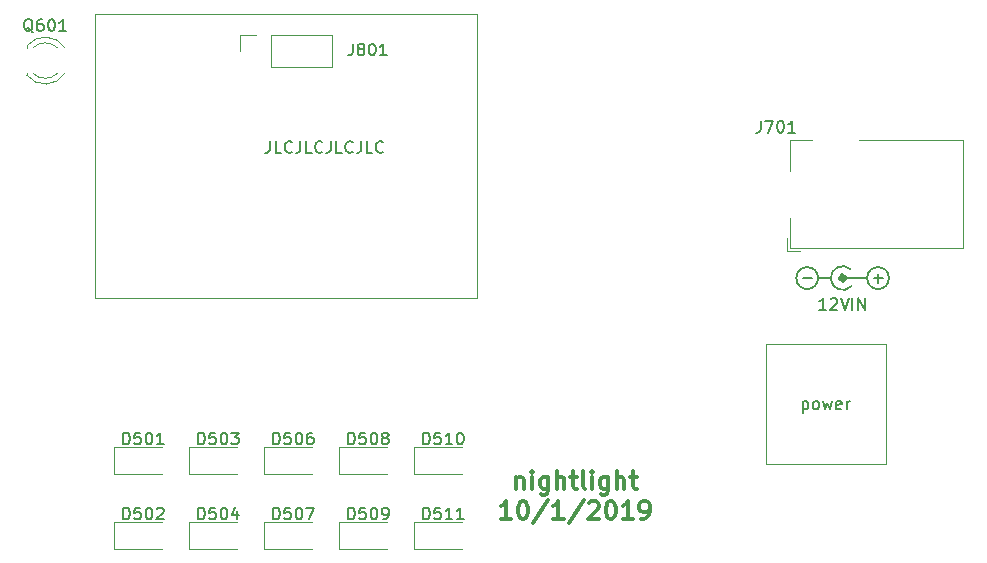
<source format=gbr>
G04 #@! TF.GenerationSoftware,KiCad,Pcbnew,(5.1.4)-1*
G04 #@! TF.CreationDate,2019-10-07T12:46:13-05:00*
G04 #@! TF.ProjectId,nightlight,6e696768-746c-4696-9768-742e6b696361,rev?*
G04 #@! TF.SameCoordinates,Original*
G04 #@! TF.FileFunction,Legend,Top*
G04 #@! TF.FilePolarity,Positive*
%FSLAX46Y46*%
G04 Gerber Fmt 4.6, Leading zero omitted, Abs format (unit mm)*
G04 Created by KiCad (PCBNEW (5.1.4)-1) date 2019-10-07 12:46:13*
%MOMM*%
%LPD*%
G04 APERTURE LIST*
%ADD10C,0.150000*%
%ADD11C,0.300000*%
%ADD12C,0.500000*%
%ADD13C,0.120000*%
G04 APERTURE END LIST*
D10*
X131347152Y-84161380D02*
X131347152Y-84875666D01*
X131299533Y-85018523D01*
X131204295Y-85113761D01*
X131061438Y-85161380D01*
X130966200Y-85161380D01*
X132299533Y-85161380D02*
X131823342Y-85161380D01*
X131823342Y-84161380D01*
X133204295Y-85066142D02*
X133156676Y-85113761D01*
X133013819Y-85161380D01*
X132918580Y-85161380D01*
X132775723Y-85113761D01*
X132680485Y-85018523D01*
X132632866Y-84923285D01*
X132585247Y-84732809D01*
X132585247Y-84589952D01*
X132632866Y-84399476D01*
X132680485Y-84304238D01*
X132775723Y-84209000D01*
X132918580Y-84161380D01*
X133013819Y-84161380D01*
X133156676Y-84209000D01*
X133204295Y-84256619D01*
X133918580Y-84161380D02*
X133918580Y-84875666D01*
X133870961Y-85018523D01*
X133775723Y-85113761D01*
X133632866Y-85161380D01*
X133537628Y-85161380D01*
X134870961Y-85161380D02*
X134394771Y-85161380D01*
X134394771Y-84161380D01*
X135775723Y-85066142D02*
X135728104Y-85113761D01*
X135585247Y-85161380D01*
X135490009Y-85161380D01*
X135347152Y-85113761D01*
X135251914Y-85018523D01*
X135204295Y-84923285D01*
X135156676Y-84732809D01*
X135156676Y-84589952D01*
X135204295Y-84399476D01*
X135251914Y-84304238D01*
X135347152Y-84209000D01*
X135490009Y-84161380D01*
X135585247Y-84161380D01*
X135728104Y-84209000D01*
X135775723Y-84256619D01*
X136490009Y-84161380D02*
X136490009Y-84875666D01*
X136442390Y-85018523D01*
X136347152Y-85113761D01*
X136204295Y-85161380D01*
X136109057Y-85161380D01*
X137442390Y-85161380D02*
X136966200Y-85161380D01*
X136966200Y-84161380D01*
X138347152Y-85066142D02*
X138299533Y-85113761D01*
X138156676Y-85161380D01*
X138061438Y-85161380D01*
X137918580Y-85113761D01*
X137823342Y-85018523D01*
X137775723Y-84923285D01*
X137728104Y-84732809D01*
X137728104Y-84589952D01*
X137775723Y-84399476D01*
X137823342Y-84304238D01*
X137918580Y-84209000D01*
X138061438Y-84161380D01*
X138156676Y-84161380D01*
X138299533Y-84209000D01*
X138347152Y-84256619D01*
X139061438Y-84161380D02*
X139061438Y-84875666D01*
X139013819Y-85018523D01*
X138918580Y-85113761D01*
X138775723Y-85161380D01*
X138680485Y-85161380D01*
X140013819Y-85161380D02*
X139537628Y-85161380D01*
X139537628Y-84161380D01*
X140918580Y-85066142D02*
X140870961Y-85113761D01*
X140728104Y-85161380D01*
X140632866Y-85161380D01*
X140490009Y-85113761D01*
X140394771Y-85018523D01*
X140347152Y-84923285D01*
X140299533Y-84732809D01*
X140299533Y-84589952D01*
X140347152Y-84399476D01*
X140394771Y-84304238D01*
X140490009Y-84209000D01*
X140632866Y-84161380D01*
X140728104Y-84161380D01*
X140870961Y-84209000D01*
X140918580Y-84256619D01*
D11*
X152200600Y-112601971D02*
X152200600Y-113601971D01*
X152200600Y-112744828D02*
X152272028Y-112673400D01*
X152414885Y-112601971D01*
X152629171Y-112601971D01*
X152772028Y-112673400D01*
X152843457Y-112816257D01*
X152843457Y-113601971D01*
X153557742Y-113601971D02*
X153557742Y-112601971D01*
X153557742Y-112101971D02*
X153486314Y-112173400D01*
X153557742Y-112244828D01*
X153629171Y-112173400D01*
X153557742Y-112101971D01*
X153557742Y-112244828D01*
X154914885Y-112601971D02*
X154914885Y-113816257D01*
X154843457Y-113959114D01*
X154772028Y-114030542D01*
X154629171Y-114101971D01*
X154414885Y-114101971D01*
X154272028Y-114030542D01*
X154914885Y-113530542D02*
X154772028Y-113601971D01*
X154486314Y-113601971D01*
X154343457Y-113530542D01*
X154272028Y-113459114D01*
X154200600Y-113316257D01*
X154200600Y-112887685D01*
X154272028Y-112744828D01*
X154343457Y-112673400D01*
X154486314Y-112601971D01*
X154772028Y-112601971D01*
X154914885Y-112673400D01*
X155629171Y-113601971D02*
X155629171Y-112101971D01*
X156272028Y-113601971D02*
X156272028Y-112816257D01*
X156200600Y-112673400D01*
X156057742Y-112601971D01*
X155843457Y-112601971D01*
X155700600Y-112673400D01*
X155629171Y-112744828D01*
X156772028Y-112601971D02*
X157343457Y-112601971D01*
X156986314Y-112101971D02*
X156986314Y-113387685D01*
X157057742Y-113530542D01*
X157200600Y-113601971D01*
X157343457Y-113601971D01*
X158057742Y-113601971D02*
X157914885Y-113530542D01*
X157843457Y-113387685D01*
X157843457Y-112101971D01*
X158629171Y-113601971D02*
X158629171Y-112601971D01*
X158629171Y-112101971D02*
X158557742Y-112173400D01*
X158629171Y-112244828D01*
X158700600Y-112173400D01*
X158629171Y-112101971D01*
X158629171Y-112244828D01*
X159986314Y-112601971D02*
X159986314Y-113816257D01*
X159914885Y-113959114D01*
X159843457Y-114030542D01*
X159700600Y-114101971D01*
X159486314Y-114101971D01*
X159343457Y-114030542D01*
X159986314Y-113530542D02*
X159843457Y-113601971D01*
X159557742Y-113601971D01*
X159414885Y-113530542D01*
X159343457Y-113459114D01*
X159272028Y-113316257D01*
X159272028Y-112887685D01*
X159343457Y-112744828D01*
X159414885Y-112673400D01*
X159557742Y-112601971D01*
X159843457Y-112601971D01*
X159986314Y-112673400D01*
X160700600Y-113601971D02*
X160700600Y-112101971D01*
X161343457Y-113601971D02*
X161343457Y-112816257D01*
X161272028Y-112673400D01*
X161129171Y-112601971D01*
X160914885Y-112601971D01*
X160772028Y-112673400D01*
X160700600Y-112744828D01*
X161843457Y-112601971D02*
X162414885Y-112601971D01*
X162057742Y-112101971D02*
X162057742Y-113387685D01*
X162129171Y-113530542D01*
X162272028Y-113601971D01*
X162414885Y-113601971D01*
X151772028Y-116151971D02*
X150914885Y-116151971D01*
X151343457Y-116151971D02*
X151343457Y-114651971D01*
X151200600Y-114866257D01*
X151057742Y-115009114D01*
X150914885Y-115080542D01*
X152700600Y-114651971D02*
X152843457Y-114651971D01*
X152986314Y-114723400D01*
X153057742Y-114794828D01*
X153129171Y-114937685D01*
X153200600Y-115223400D01*
X153200600Y-115580542D01*
X153129171Y-115866257D01*
X153057742Y-116009114D01*
X152986314Y-116080542D01*
X152843457Y-116151971D01*
X152700600Y-116151971D01*
X152557742Y-116080542D01*
X152486314Y-116009114D01*
X152414885Y-115866257D01*
X152343457Y-115580542D01*
X152343457Y-115223400D01*
X152414885Y-114937685D01*
X152486314Y-114794828D01*
X152557742Y-114723400D01*
X152700600Y-114651971D01*
X154914885Y-114580542D02*
X153629171Y-116509114D01*
X156200600Y-116151971D02*
X155343457Y-116151971D01*
X155772028Y-116151971D02*
X155772028Y-114651971D01*
X155629171Y-114866257D01*
X155486314Y-115009114D01*
X155343457Y-115080542D01*
X157914885Y-114580542D02*
X156629171Y-116509114D01*
X158343457Y-114794828D02*
X158414885Y-114723400D01*
X158557742Y-114651971D01*
X158914885Y-114651971D01*
X159057742Y-114723400D01*
X159129171Y-114794828D01*
X159200600Y-114937685D01*
X159200600Y-115080542D01*
X159129171Y-115294828D01*
X158272028Y-116151971D01*
X159200600Y-116151971D01*
X160129171Y-114651971D02*
X160272028Y-114651971D01*
X160414885Y-114723400D01*
X160486314Y-114794828D01*
X160557742Y-114937685D01*
X160629171Y-115223400D01*
X160629171Y-115580542D01*
X160557742Y-115866257D01*
X160486314Y-116009114D01*
X160414885Y-116080542D01*
X160272028Y-116151971D01*
X160129171Y-116151971D01*
X159986314Y-116080542D01*
X159914885Y-116009114D01*
X159843457Y-115866257D01*
X159772028Y-115580542D01*
X159772028Y-115223400D01*
X159843457Y-114937685D01*
X159914885Y-114794828D01*
X159986314Y-114723400D01*
X160129171Y-114651971D01*
X162057742Y-116151971D02*
X161200600Y-116151971D01*
X161629171Y-116151971D02*
X161629171Y-114651971D01*
X161486314Y-114866257D01*
X161343457Y-115009114D01*
X161200600Y-115080542D01*
X162772028Y-116151971D02*
X163057742Y-116151971D01*
X163200600Y-116080542D01*
X163272028Y-116009114D01*
X163414885Y-115794828D01*
X163486314Y-115509114D01*
X163486314Y-114937685D01*
X163414885Y-114794828D01*
X163343457Y-114723400D01*
X163200600Y-114651971D01*
X162914885Y-114651971D01*
X162772028Y-114723400D01*
X162700600Y-114794828D01*
X162629171Y-114937685D01*
X162629171Y-115294828D01*
X162700600Y-115437685D01*
X162772028Y-115509114D01*
X162914885Y-115580542D01*
X163200600Y-115580542D01*
X163343457Y-115509114D01*
X163414885Y-115437685D01*
X163486314Y-115294828D01*
D10*
X178425647Y-98445580D02*
X177854219Y-98445580D01*
X178139933Y-98445580D02*
X178139933Y-97445580D01*
X178044695Y-97588438D01*
X177949457Y-97683676D01*
X177854219Y-97731295D01*
X178806600Y-97540819D02*
X178854219Y-97493200D01*
X178949457Y-97445580D01*
X179187552Y-97445580D01*
X179282790Y-97493200D01*
X179330409Y-97540819D01*
X179378028Y-97636057D01*
X179378028Y-97731295D01*
X179330409Y-97874152D01*
X178758980Y-98445580D01*
X179378028Y-98445580D01*
X179663742Y-97445580D02*
X179997076Y-98445580D01*
X180330409Y-97445580D01*
X180663742Y-98445580D02*
X180663742Y-97445580D01*
X181139933Y-98445580D02*
X181139933Y-97445580D01*
X181711361Y-98445580D01*
X181711361Y-97445580D01*
X176504647Y-95778628D02*
X177266552Y-95778628D01*
X182473647Y-95778628D02*
X183235552Y-95778628D01*
X182854600Y-96159580D02*
X182854600Y-95397676D01*
X176455628Y-106186314D02*
X176455628Y-107186314D01*
X176455628Y-106233933D02*
X176550866Y-106186314D01*
X176741342Y-106186314D01*
X176836580Y-106233933D01*
X176884200Y-106281552D01*
X176931819Y-106376790D01*
X176931819Y-106662504D01*
X176884200Y-106757742D01*
X176836580Y-106805361D01*
X176741342Y-106852980D01*
X176550866Y-106852980D01*
X176455628Y-106805361D01*
X177503247Y-106852980D02*
X177408009Y-106805361D01*
X177360390Y-106757742D01*
X177312771Y-106662504D01*
X177312771Y-106376790D01*
X177360390Y-106281552D01*
X177408009Y-106233933D01*
X177503247Y-106186314D01*
X177646104Y-106186314D01*
X177741342Y-106233933D01*
X177788961Y-106281552D01*
X177836580Y-106376790D01*
X177836580Y-106662504D01*
X177788961Y-106757742D01*
X177741342Y-106805361D01*
X177646104Y-106852980D01*
X177503247Y-106852980D01*
X178169914Y-106186314D02*
X178360390Y-106852980D01*
X178550866Y-106376790D01*
X178741342Y-106852980D01*
X178931819Y-106186314D01*
X179693723Y-106805361D02*
X179598485Y-106852980D01*
X179408009Y-106852980D01*
X179312771Y-106805361D01*
X179265152Y-106710123D01*
X179265152Y-106329171D01*
X179312771Y-106233933D01*
X179408009Y-106186314D01*
X179598485Y-106186314D01*
X179693723Y-106233933D01*
X179741342Y-106329171D01*
X179741342Y-106424409D01*
X179265152Y-106519647D01*
X180169914Y-106852980D02*
X180169914Y-106186314D01*
X180169914Y-106376790D02*
X180217533Y-106281552D01*
X180265152Y-106233933D01*
X180360390Y-106186314D01*
X180455628Y-106186314D01*
X180507000Y-95006800D02*
G75*
G03X180582000Y-96431800I-675000J-750000D01*
G01*
D12*
X180007000Y-95756800D02*
G75*
G03X180007000Y-95756800I-175000J0D01*
G01*
D10*
X183757000Y-95756800D02*
G75*
G03X183757000Y-95756800I-925000J0D01*
G01*
X177757000Y-95756800D02*
G75*
G03X177757000Y-95756800I-925000J0D01*
G01*
X177832000Y-95756800D02*
X178732000Y-95756800D01*
X179832000Y-95756800D02*
X181832000Y-95756800D01*
D13*
X148885000Y-97435200D02*
X116545000Y-97435200D01*
X148885000Y-73405200D02*
X148885000Y-97435200D01*
X116545000Y-73405200D02*
X148885000Y-73405200D01*
X116545000Y-97435200D02*
X116545000Y-73405200D01*
X131445000Y-77860200D02*
X131445000Y-75200200D01*
X131445000Y-77860200D02*
X136585000Y-77860200D01*
X136585000Y-77860200D02*
X136585000Y-75200200D01*
X131445000Y-75200200D02*
X136585000Y-75200200D01*
X128845000Y-75200200D02*
X130175000Y-75200200D01*
X128845000Y-76530200D02*
X128845000Y-75200200D01*
X147599200Y-116416200D02*
X143539200Y-116416200D01*
X143539200Y-116416200D02*
X143539200Y-118686200D01*
X143539200Y-118686200D02*
X147599200Y-118686200D01*
X141249200Y-116416200D02*
X137189200Y-116416200D01*
X137189200Y-116416200D02*
X137189200Y-118686200D01*
X137189200Y-118686200D02*
X141249200Y-118686200D01*
X134899200Y-116416200D02*
X130839200Y-116416200D01*
X130839200Y-116416200D02*
X130839200Y-118686200D01*
X130839200Y-118686200D02*
X134899200Y-118686200D01*
X128549200Y-116416200D02*
X124489200Y-116416200D01*
X124489200Y-116416200D02*
X124489200Y-118686200D01*
X124489200Y-118686200D02*
X128549200Y-118686200D01*
X122199200Y-116416200D02*
X118139200Y-116416200D01*
X118139200Y-116416200D02*
X118139200Y-118686200D01*
X118139200Y-118686200D02*
X122199200Y-118686200D01*
X147599200Y-110066200D02*
X143539200Y-110066200D01*
X143539200Y-110066200D02*
X143539200Y-112336200D01*
X143539200Y-112336200D02*
X147599200Y-112336200D01*
X141249200Y-110066200D02*
X137189200Y-110066200D01*
X137189200Y-110066200D02*
X137189200Y-112336200D01*
X137189200Y-112336200D02*
X141249200Y-112336200D01*
X134899200Y-110066200D02*
X130839200Y-110066200D01*
X130839200Y-110066200D02*
X130839200Y-112336200D01*
X130839200Y-112336200D02*
X134899200Y-112336200D01*
X128549200Y-110066200D02*
X124489200Y-110066200D01*
X124489200Y-110066200D02*
X124489200Y-112336200D01*
X124489200Y-112336200D02*
X128549200Y-112336200D01*
X183464200Y-101320600D02*
X183464200Y-111480600D01*
X183464200Y-111480600D02*
X173304200Y-111480600D01*
X173304200Y-111480600D02*
X173304200Y-101320600D01*
X173304200Y-101320600D02*
X183464200Y-101320600D01*
X118139200Y-112336200D02*
X122199200Y-112336200D01*
X118139200Y-110066200D02*
X118139200Y-112336200D01*
X122199200Y-110066200D02*
X118139200Y-110066200D01*
X175157700Y-92383300D02*
X175157700Y-93433300D01*
X176207700Y-93433300D02*
X175157700Y-93433300D01*
X181257700Y-84033300D02*
X190057700Y-84033300D01*
X190057700Y-84033300D02*
X190057700Y-93233300D01*
X175357700Y-86733300D02*
X175357700Y-84033300D01*
X175357700Y-84033300D02*
X177257700Y-84033300D01*
X190057700Y-93233300D02*
X175357700Y-93233300D01*
X175357700Y-93233300D02*
X175357700Y-90633300D01*
X110758800Y-76107000D02*
X110758800Y-76263000D01*
X110758800Y-78423000D02*
X110758800Y-78579000D01*
X113991135Y-76264392D02*
G75*
G03X110758800Y-76107484I-1672335J-1078608D01*
G01*
X113991135Y-78421608D02*
G75*
G02X110758800Y-78578516I-1672335J1078608D01*
G01*
X113359930Y-76263163D02*
G75*
G03X111277839Y-76263000I-1041130J-1079837D01*
G01*
X113359930Y-78422837D02*
G75*
G02X111277839Y-78423000I-1041130J1079837D01*
G01*
D10*
X138338085Y-75906380D02*
X138338085Y-76620666D01*
X138290466Y-76763523D01*
X138195228Y-76858761D01*
X138052371Y-76906380D01*
X137957133Y-76906380D01*
X138957133Y-76334952D02*
X138861895Y-76287333D01*
X138814276Y-76239714D01*
X138766657Y-76144476D01*
X138766657Y-76096857D01*
X138814276Y-76001619D01*
X138861895Y-75954000D01*
X138957133Y-75906380D01*
X139147609Y-75906380D01*
X139242847Y-75954000D01*
X139290466Y-76001619D01*
X139338085Y-76096857D01*
X139338085Y-76144476D01*
X139290466Y-76239714D01*
X139242847Y-76287333D01*
X139147609Y-76334952D01*
X138957133Y-76334952D01*
X138861895Y-76382571D01*
X138814276Y-76430190D01*
X138766657Y-76525428D01*
X138766657Y-76715904D01*
X138814276Y-76811142D01*
X138861895Y-76858761D01*
X138957133Y-76906380D01*
X139147609Y-76906380D01*
X139242847Y-76858761D01*
X139290466Y-76811142D01*
X139338085Y-76715904D01*
X139338085Y-76525428D01*
X139290466Y-76430190D01*
X139242847Y-76382571D01*
X139147609Y-76334952D01*
X139957133Y-75906380D02*
X140052371Y-75906380D01*
X140147609Y-75954000D01*
X140195228Y-76001619D01*
X140242847Y-76096857D01*
X140290466Y-76287333D01*
X140290466Y-76525428D01*
X140242847Y-76715904D01*
X140195228Y-76811142D01*
X140147609Y-76858761D01*
X140052371Y-76906380D01*
X139957133Y-76906380D01*
X139861895Y-76858761D01*
X139814276Y-76811142D01*
X139766657Y-76715904D01*
X139719038Y-76525428D01*
X139719038Y-76287333D01*
X139766657Y-76096857D01*
X139814276Y-76001619D01*
X139861895Y-75954000D01*
X139957133Y-75906380D01*
X141242847Y-76906380D02*
X140671419Y-76906380D01*
X140957133Y-76906380D02*
X140957133Y-75906380D01*
X140861895Y-76049238D01*
X140766657Y-76144476D01*
X140671419Y-76192095D01*
X144308723Y-116183580D02*
X144308723Y-115183580D01*
X144546819Y-115183580D01*
X144689676Y-115231200D01*
X144784914Y-115326438D01*
X144832533Y-115421676D01*
X144880152Y-115612152D01*
X144880152Y-115755009D01*
X144832533Y-115945485D01*
X144784914Y-116040723D01*
X144689676Y-116135961D01*
X144546819Y-116183580D01*
X144308723Y-116183580D01*
X145784914Y-115183580D02*
X145308723Y-115183580D01*
X145261104Y-115659771D01*
X145308723Y-115612152D01*
X145403961Y-115564533D01*
X145642057Y-115564533D01*
X145737295Y-115612152D01*
X145784914Y-115659771D01*
X145832533Y-115755009D01*
X145832533Y-115993104D01*
X145784914Y-116088342D01*
X145737295Y-116135961D01*
X145642057Y-116183580D01*
X145403961Y-116183580D01*
X145308723Y-116135961D01*
X145261104Y-116088342D01*
X146784914Y-116183580D02*
X146213485Y-116183580D01*
X146499200Y-116183580D02*
X146499200Y-115183580D01*
X146403961Y-115326438D01*
X146308723Y-115421676D01*
X146213485Y-115469295D01*
X147737295Y-116183580D02*
X147165866Y-116183580D01*
X147451580Y-116183580D02*
X147451580Y-115183580D01*
X147356342Y-115326438D01*
X147261104Y-115421676D01*
X147165866Y-115469295D01*
X137958723Y-116183580D02*
X137958723Y-115183580D01*
X138196819Y-115183580D01*
X138339676Y-115231200D01*
X138434914Y-115326438D01*
X138482533Y-115421676D01*
X138530152Y-115612152D01*
X138530152Y-115755009D01*
X138482533Y-115945485D01*
X138434914Y-116040723D01*
X138339676Y-116135961D01*
X138196819Y-116183580D01*
X137958723Y-116183580D01*
X139434914Y-115183580D02*
X138958723Y-115183580D01*
X138911104Y-115659771D01*
X138958723Y-115612152D01*
X139053961Y-115564533D01*
X139292057Y-115564533D01*
X139387295Y-115612152D01*
X139434914Y-115659771D01*
X139482533Y-115755009D01*
X139482533Y-115993104D01*
X139434914Y-116088342D01*
X139387295Y-116135961D01*
X139292057Y-116183580D01*
X139053961Y-116183580D01*
X138958723Y-116135961D01*
X138911104Y-116088342D01*
X140101580Y-115183580D02*
X140196819Y-115183580D01*
X140292057Y-115231200D01*
X140339676Y-115278819D01*
X140387295Y-115374057D01*
X140434914Y-115564533D01*
X140434914Y-115802628D01*
X140387295Y-115993104D01*
X140339676Y-116088342D01*
X140292057Y-116135961D01*
X140196819Y-116183580D01*
X140101580Y-116183580D01*
X140006342Y-116135961D01*
X139958723Y-116088342D01*
X139911104Y-115993104D01*
X139863485Y-115802628D01*
X139863485Y-115564533D01*
X139911104Y-115374057D01*
X139958723Y-115278819D01*
X140006342Y-115231200D01*
X140101580Y-115183580D01*
X140911104Y-116183580D02*
X141101580Y-116183580D01*
X141196819Y-116135961D01*
X141244438Y-116088342D01*
X141339676Y-115945485D01*
X141387295Y-115755009D01*
X141387295Y-115374057D01*
X141339676Y-115278819D01*
X141292057Y-115231200D01*
X141196819Y-115183580D01*
X141006342Y-115183580D01*
X140911104Y-115231200D01*
X140863485Y-115278819D01*
X140815866Y-115374057D01*
X140815866Y-115612152D01*
X140863485Y-115707390D01*
X140911104Y-115755009D01*
X141006342Y-115802628D01*
X141196819Y-115802628D01*
X141292057Y-115755009D01*
X141339676Y-115707390D01*
X141387295Y-115612152D01*
X131608723Y-116183580D02*
X131608723Y-115183580D01*
X131846819Y-115183580D01*
X131989676Y-115231200D01*
X132084914Y-115326438D01*
X132132533Y-115421676D01*
X132180152Y-115612152D01*
X132180152Y-115755009D01*
X132132533Y-115945485D01*
X132084914Y-116040723D01*
X131989676Y-116135961D01*
X131846819Y-116183580D01*
X131608723Y-116183580D01*
X133084914Y-115183580D02*
X132608723Y-115183580D01*
X132561104Y-115659771D01*
X132608723Y-115612152D01*
X132703961Y-115564533D01*
X132942057Y-115564533D01*
X133037295Y-115612152D01*
X133084914Y-115659771D01*
X133132533Y-115755009D01*
X133132533Y-115993104D01*
X133084914Y-116088342D01*
X133037295Y-116135961D01*
X132942057Y-116183580D01*
X132703961Y-116183580D01*
X132608723Y-116135961D01*
X132561104Y-116088342D01*
X133751580Y-115183580D02*
X133846819Y-115183580D01*
X133942057Y-115231200D01*
X133989676Y-115278819D01*
X134037295Y-115374057D01*
X134084914Y-115564533D01*
X134084914Y-115802628D01*
X134037295Y-115993104D01*
X133989676Y-116088342D01*
X133942057Y-116135961D01*
X133846819Y-116183580D01*
X133751580Y-116183580D01*
X133656342Y-116135961D01*
X133608723Y-116088342D01*
X133561104Y-115993104D01*
X133513485Y-115802628D01*
X133513485Y-115564533D01*
X133561104Y-115374057D01*
X133608723Y-115278819D01*
X133656342Y-115231200D01*
X133751580Y-115183580D01*
X134418247Y-115183580D02*
X135084914Y-115183580D01*
X134656342Y-116183580D01*
X125258723Y-116183580D02*
X125258723Y-115183580D01*
X125496819Y-115183580D01*
X125639676Y-115231200D01*
X125734914Y-115326438D01*
X125782533Y-115421676D01*
X125830152Y-115612152D01*
X125830152Y-115755009D01*
X125782533Y-115945485D01*
X125734914Y-116040723D01*
X125639676Y-116135961D01*
X125496819Y-116183580D01*
X125258723Y-116183580D01*
X126734914Y-115183580D02*
X126258723Y-115183580D01*
X126211104Y-115659771D01*
X126258723Y-115612152D01*
X126353961Y-115564533D01*
X126592057Y-115564533D01*
X126687295Y-115612152D01*
X126734914Y-115659771D01*
X126782533Y-115755009D01*
X126782533Y-115993104D01*
X126734914Y-116088342D01*
X126687295Y-116135961D01*
X126592057Y-116183580D01*
X126353961Y-116183580D01*
X126258723Y-116135961D01*
X126211104Y-116088342D01*
X127401580Y-115183580D02*
X127496819Y-115183580D01*
X127592057Y-115231200D01*
X127639676Y-115278819D01*
X127687295Y-115374057D01*
X127734914Y-115564533D01*
X127734914Y-115802628D01*
X127687295Y-115993104D01*
X127639676Y-116088342D01*
X127592057Y-116135961D01*
X127496819Y-116183580D01*
X127401580Y-116183580D01*
X127306342Y-116135961D01*
X127258723Y-116088342D01*
X127211104Y-115993104D01*
X127163485Y-115802628D01*
X127163485Y-115564533D01*
X127211104Y-115374057D01*
X127258723Y-115278819D01*
X127306342Y-115231200D01*
X127401580Y-115183580D01*
X128592057Y-115516914D02*
X128592057Y-116183580D01*
X128353961Y-115135961D02*
X128115866Y-115850247D01*
X128734914Y-115850247D01*
X118908723Y-116183580D02*
X118908723Y-115183580D01*
X119146819Y-115183580D01*
X119289676Y-115231200D01*
X119384914Y-115326438D01*
X119432533Y-115421676D01*
X119480152Y-115612152D01*
X119480152Y-115755009D01*
X119432533Y-115945485D01*
X119384914Y-116040723D01*
X119289676Y-116135961D01*
X119146819Y-116183580D01*
X118908723Y-116183580D01*
X120384914Y-115183580D02*
X119908723Y-115183580D01*
X119861104Y-115659771D01*
X119908723Y-115612152D01*
X120003961Y-115564533D01*
X120242057Y-115564533D01*
X120337295Y-115612152D01*
X120384914Y-115659771D01*
X120432533Y-115755009D01*
X120432533Y-115993104D01*
X120384914Y-116088342D01*
X120337295Y-116135961D01*
X120242057Y-116183580D01*
X120003961Y-116183580D01*
X119908723Y-116135961D01*
X119861104Y-116088342D01*
X121051580Y-115183580D02*
X121146819Y-115183580D01*
X121242057Y-115231200D01*
X121289676Y-115278819D01*
X121337295Y-115374057D01*
X121384914Y-115564533D01*
X121384914Y-115802628D01*
X121337295Y-115993104D01*
X121289676Y-116088342D01*
X121242057Y-116135961D01*
X121146819Y-116183580D01*
X121051580Y-116183580D01*
X120956342Y-116135961D01*
X120908723Y-116088342D01*
X120861104Y-115993104D01*
X120813485Y-115802628D01*
X120813485Y-115564533D01*
X120861104Y-115374057D01*
X120908723Y-115278819D01*
X120956342Y-115231200D01*
X121051580Y-115183580D01*
X121765866Y-115278819D02*
X121813485Y-115231200D01*
X121908723Y-115183580D01*
X122146819Y-115183580D01*
X122242057Y-115231200D01*
X122289676Y-115278819D01*
X122337295Y-115374057D01*
X122337295Y-115469295D01*
X122289676Y-115612152D01*
X121718247Y-116183580D01*
X122337295Y-116183580D01*
X144308723Y-109833580D02*
X144308723Y-108833580D01*
X144546819Y-108833580D01*
X144689676Y-108881200D01*
X144784914Y-108976438D01*
X144832533Y-109071676D01*
X144880152Y-109262152D01*
X144880152Y-109405009D01*
X144832533Y-109595485D01*
X144784914Y-109690723D01*
X144689676Y-109785961D01*
X144546819Y-109833580D01*
X144308723Y-109833580D01*
X145784914Y-108833580D02*
X145308723Y-108833580D01*
X145261104Y-109309771D01*
X145308723Y-109262152D01*
X145403961Y-109214533D01*
X145642057Y-109214533D01*
X145737295Y-109262152D01*
X145784914Y-109309771D01*
X145832533Y-109405009D01*
X145832533Y-109643104D01*
X145784914Y-109738342D01*
X145737295Y-109785961D01*
X145642057Y-109833580D01*
X145403961Y-109833580D01*
X145308723Y-109785961D01*
X145261104Y-109738342D01*
X146784914Y-109833580D02*
X146213485Y-109833580D01*
X146499200Y-109833580D02*
X146499200Y-108833580D01*
X146403961Y-108976438D01*
X146308723Y-109071676D01*
X146213485Y-109119295D01*
X147403961Y-108833580D02*
X147499200Y-108833580D01*
X147594438Y-108881200D01*
X147642057Y-108928819D01*
X147689676Y-109024057D01*
X147737295Y-109214533D01*
X147737295Y-109452628D01*
X147689676Y-109643104D01*
X147642057Y-109738342D01*
X147594438Y-109785961D01*
X147499200Y-109833580D01*
X147403961Y-109833580D01*
X147308723Y-109785961D01*
X147261104Y-109738342D01*
X147213485Y-109643104D01*
X147165866Y-109452628D01*
X147165866Y-109214533D01*
X147213485Y-109024057D01*
X147261104Y-108928819D01*
X147308723Y-108881200D01*
X147403961Y-108833580D01*
X137958723Y-109833580D02*
X137958723Y-108833580D01*
X138196819Y-108833580D01*
X138339676Y-108881200D01*
X138434914Y-108976438D01*
X138482533Y-109071676D01*
X138530152Y-109262152D01*
X138530152Y-109405009D01*
X138482533Y-109595485D01*
X138434914Y-109690723D01*
X138339676Y-109785961D01*
X138196819Y-109833580D01*
X137958723Y-109833580D01*
X139434914Y-108833580D02*
X138958723Y-108833580D01*
X138911104Y-109309771D01*
X138958723Y-109262152D01*
X139053961Y-109214533D01*
X139292057Y-109214533D01*
X139387295Y-109262152D01*
X139434914Y-109309771D01*
X139482533Y-109405009D01*
X139482533Y-109643104D01*
X139434914Y-109738342D01*
X139387295Y-109785961D01*
X139292057Y-109833580D01*
X139053961Y-109833580D01*
X138958723Y-109785961D01*
X138911104Y-109738342D01*
X140101580Y-108833580D02*
X140196819Y-108833580D01*
X140292057Y-108881200D01*
X140339676Y-108928819D01*
X140387295Y-109024057D01*
X140434914Y-109214533D01*
X140434914Y-109452628D01*
X140387295Y-109643104D01*
X140339676Y-109738342D01*
X140292057Y-109785961D01*
X140196819Y-109833580D01*
X140101580Y-109833580D01*
X140006342Y-109785961D01*
X139958723Y-109738342D01*
X139911104Y-109643104D01*
X139863485Y-109452628D01*
X139863485Y-109214533D01*
X139911104Y-109024057D01*
X139958723Y-108928819D01*
X140006342Y-108881200D01*
X140101580Y-108833580D01*
X141006342Y-109262152D02*
X140911104Y-109214533D01*
X140863485Y-109166914D01*
X140815866Y-109071676D01*
X140815866Y-109024057D01*
X140863485Y-108928819D01*
X140911104Y-108881200D01*
X141006342Y-108833580D01*
X141196819Y-108833580D01*
X141292057Y-108881200D01*
X141339676Y-108928819D01*
X141387295Y-109024057D01*
X141387295Y-109071676D01*
X141339676Y-109166914D01*
X141292057Y-109214533D01*
X141196819Y-109262152D01*
X141006342Y-109262152D01*
X140911104Y-109309771D01*
X140863485Y-109357390D01*
X140815866Y-109452628D01*
X140815866Y-109643104D01*
X140863485Y-109738342D01*
X140911104Y-109785961D01*
X141006342Y-109833580D01*
X141196819Y-109833580D01*
X141292057Y-109785961D01*
X141339676Y-109738342D01*
X141387295Y-109643104D01*
X141387295Y-109452628D01*
X141339676Y-109357390D01*
X141292057Y-109309771D01*
X141196819Y-109262152D01*
X131608723Y-109833580D02*
X131608723Y-108833580D01*
X131846819Y-108833580D01*
X131989676Y-108881200D01*
X132084914Y-108976438D01*
X132132533Y-109071676D01*
X132180152Y-109262152D01*
X132180152Y-109405009D01*
X132132533Y-109595485D01*
X132084914Y-109690723D01*
X131989676Y-109785961D01*
X131846819Y-109833580D01*
X131608723Y-109833580D01*
X133084914Y-108833580D02*
X132608723Y-108833580D01*
X132561104Y-109309771D01*
X132608723Y-109262152D01*
X132703961Y-109214533D01*
X132942057Y-109214533D01*
X133037295Y-109262152D01*
X133084914Y-109309771D01*
X133132533Y-109405009D01*
X133132533Y-109643104D01*
X133084914Y-109738342D01*
X133037295Y-109785961D01*
X132942057Y-109833580D01*
X132703961Y-109833580D01*
X132608723Y-109785961D01*
X132561104Y-109738342D01*
X133751580Y-108833580D02*
X133846819Y-108833580D01*
X133942057Y-108881200D01*
X133989676Y-108928819D01*
X134037295Y-109024057D01*
X134084914Y-109214533D01*
X134084914Y-109452628D01*
X134037295Y-109643104D01*
X133989676Y-109738342D01*
X133942057Y-109785961D01*
X133846819Y-109833580D01*
X133751580Y-109833580D01*
X133656342Y-109785961D01*
X133608723Y-109738342D01*
X133561104Y-109643104D01*
X133513485Y-109452628D01*
X133513485Y-109214533D01*
X133561104Y-109024057D01*
X133608723Y-108928819D01*
X133656342Y-108881200D01*
X133751580Y-108833580D01*
X134942057Y-108833580D02*
X134751580Y-108833580D01*
X134656342Y-108881200D01*
X134608723Y-108928819D01*
X134513485Y-109071676D01*
X134465866Y-109262152D01*
X134465866Y-109643104D01*
X134513485Y-109738342D01*
X134561104Y-109785961D01*
X134656342Y-109833580D01*
X134846819Y-109833580D01*
X134942057Y-109785961D01*
X134989676Y-109738342D01*
X135037295Y-109643104D01*
X135037295Y-109405009D01*
X134989676Y-109309771D01*
X134942057Y-109262152D01*
X134846819Y-109214533D01*
X134656342Y-109214533D01*
X134561104Y-109262152D01*
X134513485Y-109309771D01*
X134465866Y-109405009D01*
X125258723Y-109833580D02*
X125258723Y-108833580D01*
X125496819Y-108833580D01*
X125639676Y-108881200D01*
X125734914Y-108976438D01*
X125782533Y-109071676D01*
X125830152Y-109262152D01*
X125830152Y-109405009D01*
X125782533Y-109595485D01*
X125734914Y-109690723D01*
X125639676Y-109785961D01*
X125496819Y-109833580D01*
X125258723Y-109833580D01*
X126734914Y-108833580D02*
X126258723Y-108833580D01*
X126211104Y-109309771D01*
X126258723Y-109262152D01*
X126353961Y-109214533D01*
X126592057Y-109214533D01*
X126687295Y-109262152D01*
X126734914Y-109309771D01*
X126782533Y-109405009D01*
X126782533Y-109643104D01*
X126734914Y-109738342D01*
X126687295Y-109785961D01*
X126592057Y-109833580D01*
X126353961Y-109833580D01*
X126258723Y-109785961D01*
X126211104Y-109738342D01*
X127401580Y-108833580D02*
X127496819Y-108833580D01*
X127592057Y-108881200D01*
X127639676Y-108928819D01*
X127687295Y-109024057D01*
X127734914Y-109214533D01*
X127734914Y-109452628D01*
X127687295Y-109643104D01*
X127639676Y-109738342D01*
X127592057Y-109785961D01*
X127496819Y-109833580D01*
X127401580Y-109833580D01*
X127306342Y-109785961D01*
X127258723Y-109738342D01*
X127211104Y-109643104D01*
X127163485Y-109452628D01*
X127163485Y-109214533D01*
X127211104Y-109024057D01*
X127258723Y-108928819D01*
X127306342Y-108881200D01*
X127401580Y-108833580D01*
X128068247Y-108833580D02*
X128687295Y-108833580D01*
X128353961Y-109214533D01*
X128496819Y-109214533D01*
X128592057Y-109262152D01*
X128639676Y-109309771D01*
X128687295Y-109405009D01*
X128687295Y-109643104D01*
X128639676Y-109738342D01*
X128592057Y-109785961D01*
X128496819Y-109833580D01*
X128211104Y-109833580D01*
X128115866Y-109785961D01*
X128068247Y-109738342D01*
X118908723Y-109833580D02*
X118908723Y-108833580D01*
X119146819Y-108833580D01*
X119289676Y-108881200D01*
X119384914Y-108976438D01*
X119432533Y-109071676D01*
X119480152Y-109262152D01*
X119480152Y-109405009D01*
X119432533Y-109595485D01*
X119384914Y-109690723D01*
X119289676Y-109785961D01*
X119146819Y-109833580D01*
X118908723Y-109833580D01*
X120384914Y-108833580D02*
X119908723Y-108833580D01*
X119861104Y-109309771D01*
X119908723Y-109262152D01*
X120003961Y-109214533D01*
X120242057Y-109214533D01*
X120337295Y-109262152D01*
X120384914Y-109309771D01*
X120432533Y-109405009D01*
X120432533Y-109643104D01*
X120384914Y-109738342D01*
X120337295Y-109785961D01*
X120242057Y-109833580D01*
X120003961Y-109833580D01*
X119908723Y-109785961D01*
X119861104Y-109738342D01*
X121051580Y-108833580D02*
X121146819Y-108833580D01*
X121242057Y-108881200D01*
X121289676Y-108928819D01*
X121337295Y-109024057D01*
X121384914Y-109214533D01*
X121384914Y-109452628D01*
X121337295Y-109643104D01*
X121289676Y-109738342D01*
X121242057Y-109785961D01*
X121146819Y-109833580D01*
X121051580Y-109833580D01*
X120956342Y-109785961D01*
X120908723Y-109738342D01*
X120861104Y-109643104D01*
X120813485Y-109452628D01*
X120813485Y-109214533D01*
X120861104Y-109024057D01*
X120908723Y-108928819D01*
X120956342Y-108881200D01*
X121051580Y-108833580D01*
X122337295Y-109833580D02*
X121765866Y-109833580D01*
X122051580Y-109833580D02*
X122051580Y-108833580D01*
X121956342Y-108976438D01*
X121861104Y-109071676D01*
X121765866Y-109119295D01*
X172907485Y-82434180D02*
X172907485Y-83148466D01*
X172859866Y-83291323D01*
X172764628Y-83386561D01*
X172621771Y-83434180D01*
X172526533Y-83434180D01*
X173288438Y-82434180D02*
X173955104Y-82434180D01*
X173526533Y-83434180D01*
X174526533Y-82434180D02*
X174621771Y-82434180D01*
X174717009Y-82481800D01*
X174764628Y-82529419D01*
X174812247Y-82624657D01*
X174859866Y-82815133D01*
X174859866Y-83053228D01*
X174812247Y-83243704D01*
X174764628Y-83338942D01*
X174717009Y-83386561D01*
X174621771Y-83434180D01*
X174526533Y-83434180D01*
X174431295Y-83386561D01*
X174383676Y-83338942D01*
X174336057Y-83243704D01*
X174288438Y-83053228D01*
X174288438Y-82815133D01*
X174336057Y-82624657D01*
X174383676Y-82529419D01*
X174431295Y-82481800D01*
X174526533Y-82434180D01*
X175812247Y-83434180D02*
X175240819Y-83434180D01*
X175526533Y-83434180D02*
X175526533Y-82434180D01*
X175431295Y-82577038D01*
X175336057Y-82672276D01*
X175240819Y-82719895D01*
X111271180Y-74930619D02*
X111175942Y-74883000D01*
X111080704Y-74787761D01*
X110937847Y-74644904D01*
X110842609Y-74597285D01*
X110747371Y-74597285D01*
X110794990Y-74835380D02*
X110699752Y-74787761D01*
X110604514Y-74692523D01*
X110556895Y-74502047D01*
X110556895Y-74168714D01*
X110604514Y-73978238D01*
X110699752Y-73883000D01*
X110794990Y-73835380D01*
X110985466Y-73835380D01*
X111080704Y-73883000D01*
X111175942Y-73978238D01*
X111223561Y-74168714D01*
X111223561Y-74502047D01*
X111175942Y-74692523D01*
X111080704Y-74787761D01*
X110985466Y-74835380D01*
X110794990Y-74835380D01*
X112080704Y-73835380D02*
X111890228Y-73835380D01*
X111794990Y-73883000D01*
X111747371Y-73930619D01*
X111652133Y-74073476D01*
X111604514Y-74263952D01*
X111604514Y-74644904D01*
X111652133Y-74740142D01*
X111699752Y-74787761D01*
X111794990Y-74835380D01*
X111985466Y-74835380D01*
X112080704Y-74787761D01*
X112128323Y-74740142D01*
X112175942Y-74644904D01*
X112175942Y-74406809D01*
X112128323Y-74311571D01*
X112080704Y-74263952D01*
X111985466Y-74216333D01*
X111794990Y-74216333D01*
X111699752Y-74263952D01*
X111652133Y-74311571D01*
X111604514Y-74406809D01*
X112794990Y-73835380D02*
X112890228Y-73835380D01*
X112985466Y-73883000D01*
X113033085Y-73930619D01*
X113080704Y-74025857D01*
X113128323Y-74216333D01*
X113128323Y-74454428D01*
X113080704Y-74644904D01*
X113033085Y-74740142D01*
X112985466Y-74787761D01*
X112890228Y-74835380D01*
X112794990Y-74835380D01*
X112699752Y-74787761D01*
X112652133Y-74740142D01*
X112604514Y-74644904D01*
X112556895Y-74454428D01*
X112556895Y-74216333D01*
X112604514Y-74025857D01*
X112652133Y-73930619D01*
X112699752Y-73883000D01*
X112794990Y-73835380D01*
X114080704Y-74835380D02*
X113509276Y-74835380D01*
X113794990Y-74835380D02*
X113794990Y-73835380D01*
X113699752Y-73978238D01*
X113604514Y-74073476D01*
X113509276Y-74121095D01*
M02*

</source>
